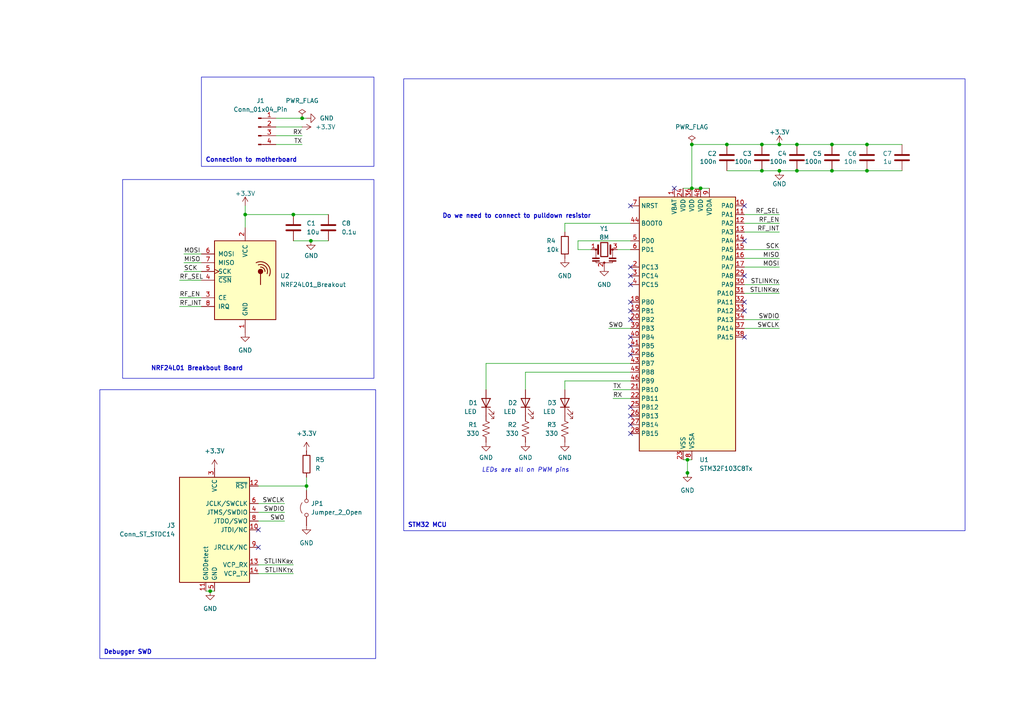
<source format=kicad_sch>
(kicad_sch (version 20231120) (generator "eeschema") (generator_version "8.0")
  (paper "A4")
  (lib_symbols
    (symbol "+3.3V_1" (power) (pin_numbers hide) (pin_names (offset 0) hide)
      (property "Value" "+3.3V" (at 0 3.556 0))
      (symbol "+3.3V_1_0_1"
        (polyline (pts (xy -0.762 1.27) (xy 0 2.54)))
        (polyline (pts (xy 0 0) (xy 0 2.54)))
        (polyline (pts (xy 0 2.54) (xy 0.762 1.27)))
      )
      (symbol "+3.3V_1_1_1"
        (pin power_in line (at 0 0 90) (length 0) (name "~") (number "1"))
      )
    )
    (symbol "+3.3V_2" (power) (pin_numbers hide) (pin_names (offset 0) hide)
      (property "Value" "+3.3V" (at 0 3.556 0))
      (symbol "+3.3V_2_0_1"
        (polyline (pts (xy -0.762 1.27) (xy 0 2.54)))
        (polyline (pts (xy 0 0) (xy 0 2.54)))
        (polyline (pts (xy 0 2.54) (xy 0.762 1.27)))
      )
      (symbol "+3.3V_2_1_1"
        (pin power_in line (at 0 0 90) (length 0) (name "~") (number "1"))
      )
    )
    (symbol "+3.3V_3" (power) (pin_numbers hide) (pin_names (offset 0) hide)
      (property "Value" "+3.3V" (at 0 3.556 0))
      (symbol "+3.3V_3_0_1"
        (polyline (pts (xy -0.762 1.27) (xy 0 2.54)))
        (polyline (pts (xy 0 0) (xy 0 2.54)))
        (polyline (pts (xy 0 2.54) (xy 0.762 1.27)))
      )
      (symbol "+3.3V_3_1_1"
        (pin power_in line (at 0 0 90) (length 0) (name "~") (number "1"))
      )
    )
    (symbol "Connector:Conn_01x04_Pin" (pin_names (offset 1.016) hide)
      (property "Reference" "J" (at 0 5.08 0))
      (property "Value" "Conn_01x04_Pin" (at 0 -7.62 0))
      (symbol "Conn_01x04_Pin_1_1"
        (polyline (pts (xy 1.27 -5.08) (xy 0.8636 -5.08)) (stroke (width 0.1524)))
        (polyline (pts (xy 1.27 -2.54) (xy 0.8636 -2.54)) (stroke (width 0.1524)))
        (polyline (pts (xy 1.27 0) (xy 0.8636 0)) (stroke (width 0.1524)))
        (polyline (pts (xy 1.27 2.54) (xy 0.8636 2.54)) (stroke (width 0.1524)))
        (rectangle (start 0.8636 -4.953) (end 0 -5.207) (stroke (width 0.1524)) (fill (type outline)))
        (rectangle (start 0.8636 -2.413) (end 0 -2.667) (stroke (width 0.1524)) (fill (type outline)))
        (rectangle (start 0.8636 0.127) (end 0 -0.127) (stroke (width 0.1524)) (fill (type outline)))
        (rectangle (start 0.8636 2.667) (end 0 2.413) (stroke (width 0.1524)) (fill (type outline)))
        (pin passive line (at 5.08 2.54 180) (length 3.81) (name "Pin_1") (number "1"))
        (pin passive line (at 5.08 0 180) (length 3.81) (name "Pin_2") (number "2"))
        (pin passive line (at 5.08 -2.54 180) (length 3.81) (name "Pin_3") (number "3"))
        (pin passive line (at 5.08 -5.08 180) (length 3.81) (name "Pin_4") (number "4"))
      )
    )
    (symbol "Connector:Conn_ST_STDC14"
      (property "Reference" "J" (at -8.89 16.51 0))
      (property "Value" "Conn_ST_STDC14" (at 17.78 16.51 0))
      (symbol "Conn_ST_STDC14_0_1"
        (rectangle (start -10.16 15.24) (end 10.16 -15.24) (stroke (width 0.254)) (fill (type background)))
      )
      (symbol "Conn_ST_STDC14_1_1"
        (pin no_connect line (at -10.16 5.08 0) (length 2.54) hide (name "NC") (number "1"))
        (pin output line (at 12.7 0 180) (length 2.54) (name "JTDI/NC") (number "10"))
        (pin passive line (at -2.54 -17.78 90) (length 2.54) (name "GNDDetect") (number "11"))
        (pin open_collector line (at 12.7 12.7 180) (length 2.54) (name "~{RST}") (number "12"))
        (pin output line (at 12.7 -10.16 180) (length 2.54) (name "VCP_RX") (number "13"))
        (pin input line (at 12.7 -12.7 180) (length 2.54) (name "VCP_TX") (number "14"))
        (pin no_connect line (at -10.16 2.54 0) (length 2.54) hide (name "NC") (number "2"))
        (pin power_in line (at 0 17.78 270) (length 2.54) (name "VCC") (number "3"))
        (pin bidirectional line (at 12.7 5.08 180) (length 2.54) (name "JTMS/SWDIO") (number "4"))
        (pin power_in line (at 0 -17.78 90) (length 2.54) (name "GND") (number "5"))
        (pin output line (at 12.7 7.62 180) (length 2.54) (name "JCLK/SWCLK") (number "6"))
        (pin passive line (at 0 -17.78 90) (length 2.54) hide (name "GND") (number "7"))
        (pin input line (at 12.7 2.54 180) (length 2.54) (name "JTDO/SWO") (number "8"))
        (pin input line (at 12.7 -5.08 180) (length 2.54) (name "JRCLK/NC") (number "9"))
      )
    )
    (symbol "Device:C" (pin_numbers hide) (pin_names (offset 0.254))
      (property "Reference" "C" (at 0.635 2.54 0))
      (property "Value" "C" (at 0.635 -2.54 0))
      (symbol "C_0_1"
        (polyline (pts (xy -2.032 -0.762) (xy 2.032 -0.762)) (stroke (width 0.508)))
        (polyline (pts (xy -2.032 0.762) (xy 2.032 0.762)) (stroke (width 0.508)))
      )
      (symbol "C_1_1"
        (pin passive line (at 0 3.81 270) (length 2.794) (name "~") (number "1"))
        (pin passive line (at 0 -3.81 90) (length 2.794) (name "~") (number "2"))
      )
    )
    (symbol "Device:LED" (pin_numbers hide) (pin_names (offset 1.016) hide)
      (property "Reference" "D" (at 0 2.54 0))
      (property "Value" "LED" (at 0 -2.54 0))
      (symbol "LED_0_1"
        (polyline (pts (xy -1.27 -1.27) (xy -1.27 1.27)) (stroke (width 0.254)))
        (polyline (pts (xy -1.27 0) (xy 1.27 0)))
        (polyline (pts (xy 1.27 -1.27) (xy 1.27 1.27) (xy -1.27 0) (xy 1.27 -1.27)) (stroke (width 0.254)))
        (polyline (pts (xy -3.048 -0.762) (xy -4.572 -2.286) (xy -3.81 -2.286) (xy -4.572 -2.286) (xy -4.572 -1.524)))
        (polyline (pts (xy -1.778 -0.762) (xy -3.302 -2.286) (xy -2.54 -2.286) (xy -3.302 -2.286) (xy -3.302 -1.524)))
      )
      (symbol "LED_1_1"
        (pin passive line (at -3.81 0 0) (length 2.54) (name "K") (number "1"))
        (pin passive line (at 3.81 0 180) (length 2.54) (name "A") (number "2"))
      )
    )
    (symbol "Device:R" (pin_numbers hide) (pin_names (offset 0))
      (property "Reference" "R" (at 2.032 0 90))
      (property "Value" "R" (at 0 0 90))
      (symbol "R_0_1"
        (rectangle (start -1.016 -2.54) (end 1.016 2.54) (stroke (width 0.254)))
      )
      (symbol "R_1_1"
        (pin passive line (at 0 3.81 270) (length 1.27) (name "~") (number "1"))
        (pin passive line (at 0 -3.81 90) (length 1.27) (name "~") (number "2"))
      )
    )
    (symbol "Device:R_US" (pin_numbers hide) (pin_names (offset 0))
      (property "Reference" "R" (at 2.54 0 90))
      (property "Value" "R_US" (at -2.54 0 90))
      (symbol "R_US_0_1"
        (polyline (pts (xy 0 -2.286) (xy 0 -2.54)))
        (polyline (pts (xy 0 2.286) (xy 0 2.54)))
        (polyline (pts (xy 0 -0.762) (xy 1.016 -1.143) (xy 0 -1.524) (xy -1.016 -1.905) (xy 0 -2.286)))
        (polyline (pts (xy 0 0.762) (xy 1.016 0.381) (xy 0 0) (xy -1.016 -0.381) (xy 0 -0.762)))
        (polyline (pts (xy 0 2.286) (xy 1.016 1.905) (xy 0 1.524) (xy -1.016 1.143) (xy 0 0.762)))
      )
      (symbol "R_US_1_1"
        (pin passive line (at 0 3.81 270) (length 1.27) (name "~") (number "1"))
        (pin passive line (at 0 -3.81 90) (length 1.27) (name "~") (number "2"))
      )
    )
    (symbol "Device:Resonator" (pin_names (offset 1.016) hide)
      (property "Reference" "Y" (at 0 5.715 0))
      (property "Value" "Resonator" (at 0 3.81 0))
      (symbol "Resonator_0_1"
        (rectangle (start -3.429 -3.175) (end -1.397 -3.429) (fill (type outline)))
        (rectangle (start -3.429 -2.413) (end -1.397 -2.667) (fill (type outline)))
        (circle (center -2.413 0) (radius 0.254) (fill (type outline)))
        (rectangle (start -1.016 2.032) (end 1.016 -2.032) (stroke (width 0.3048)))
        (circle (center 0 -3.81) (radius 0.254) (fill (type outline)))
        (polyline (pts (xy -2.413 -2.413) (xy -2.413 0)))
        (polyline (pts (xy -1.905 0) (xy -3.175 0)))
        (polyline (pts (xy -1.778 -1.27) (xy -1.778 1.27)) (stroke (width 0.508)))
        (polyline (pts (xy 1.778 -1.27) (xy 1.778 1.27)) (stroke (width 0.508)))
        (polyline (pts (xy 1.905 0) (xy 2.54 0)))
        (polyline (pts (xy 2.413 0) (xy 2.413 -2.54)))
        (polyline (pts (xy 2.413 -3.302) (xy 2.413 -3.81) (xy -2.413 -3.81) (xy -2.413 -3.302)))
        (rectangle (start 1.397 -3.175) (end 3.429 -3.429) (fill (type outline)))
        (rectangle (start 1.397 -2.413) (end 3.429 -2.667) (fill (type outline)))
        (circle (center 2.413 0) (radius 0.254) (fill (type outline)))
      )
      (symbol "Resonator_1_1"
        (pin passive line (at -3.81 0 0) (length 1.27) (name "1") (number "1"))
        (pin passive line (at 0 -5.08 90) (length 1.27) (name "2") (number "2"))
        (pin passive line (at 3.81 0 180) (length 1.27) (name "3") (number "3"))
      )
    )
    (symbol "GND_1" (power) (pin_numbers hide) (pin_names (offset 0) hide)
      (property "Value" "GND" (at 0 -3.81 0))
      (symbol "GND_1_0_1"
        (polyline (pts (xy 0 0) (xy 0 -1.27) (xy 1.27 -1.27) (xy 0 -2.54) (xy -1.27 -1.27) (xy 0 -1.27)))
      )
      (symbol "GND_1_1_1"
        (pin power_in line (at 0 0 270) (length 0) (name "~") (number "1"))
      )
    )
    (symbol "GND_2" (power) (pin_numbers hide) (pin_names (offset 0) hide)
      (property "Value" "GND" (at 0 -3.81 0))
      (symbol "GND_2_0_1"
        (polyline (pts (xy 0 0) (xy 0 -1.27) (xy 1.27 -1.27) (xy 0 -2.54) (xy -1.27 -1.27) (xy 0 -1.27)))
      )
      (symbol "GND_2_1_1"
        (pin power_in line (at 0 0 270) (length 0) (name "~") (number "1"))
      )
    )
    (symbol "GND_3" (power) (pin_numbers hide) (pin_names (offset 0) hide)
      (property "Value" "GND" (at 0 -3.81 0))
      (symbol "GND_3_0_1"
        (polyline (pts (xy 0 0) (xy 0 -1.27) (xy 1.27 -1.27) (xy 0 -2.54) (xy -1.27 -1.27) (xy 0 -1.27)))
      )
      (symbol "GND_3_1_1"
        (pin power_in line (at 0 0 270) (length 0) (name "~") (number "1"))
      )
    )
    (symbol "GND_4" (power) (pin_numbers hide) (pin_names (offset 0) hide)
      (property "Value" "GND" (at 0 -3.81 0))
      (symbol "GND_4_0_1"
        (polyline (pts (xy 0 0) (xy 0 -1.27) (xy 1.27 -1.27) (xy 0 -2.54) (xy -1.27 -1.27) (xy 0 -1.27)))
      )
      (symbol "GND_4_1_1"
        (pin power_in line (at 0 0 270) (length 0) (name "~") (number "1"))
      )
    )
    (symbol "GND_5" (power) (pin_numbers hide) (pin_names (offset 0) hide)
      (property "Value" "GND" (at 0 -3.81 0))
      (symbol "GND_5_0_1"
        (polyline (pts (xy 0 0) (xy 0 -1.27) (xy 1.27 -1.27) (xy 0 -2.54) (xy -1.27 -1.27) (xy 0 -1.27)))
      )
      (symbol "GND_5_1_1"
        (pin power_in line (at 0 0 270) (length 0) (name "~") (number "1"))
      )
    )
    (symbol "GND_6" (power) (pin_numbers hide) (pin_names (offset 0) hide)
      (property "Value" "GND" (at 0 -3.81 0))
      (symbol "GND_6_0_1"
        (polyline (pts (xy 0 0) (xy 0 -1.27) (xy 1.27 -1.27) (xy 0 -2.54) (xy -1.27 -1.27) (xy 0 -1.27)))
      )
      (symbol "GND_6_1_1"
        (pin power_in line (at 0 0 270) (length 0) (name "~") (number "1"))
      )
    )
    (symbol "GND_7" (power) (pin_numbers hide) (pin_names (offset 0) hide)
      (property "Value" "GND" (at 0 -3.81 0))
      (symbol "GND_7_0_1"
        (polyline (pts (xy 0 0) (xy 0 -1.27) (xy 1.27 -1.27) (xy 0 -2.54) (xy -1.27 -1.27) (xy 0 -1.27)))
      )
      (symbol "GND_7_1_1"
        (pin power_in line (at 0 0 270) (length 0) (name "~") (number "1"))
      )
    )
    (symbol "Jumper:Jumper_2_Open" (pin_numbers hide) (pin_names (offset 0) hide) (exclude_from_sim yes)
      (property "Reference" "JP" (at 0 2.794 0))
      (property "Value" "Jumper_2_Open" (at 0 -2.286 0))
      (symbol "Jumper_2_Open_0_0"
        (circle (center -2.032 0) (radius 0.508))
        (circle (center 2.032 0) (radius 0.508))
      )
      (symbol "Jumper_2_Open_0_1"
        (arc (start 1.524 1.27) (mid 0 1.778) (end -1.524 1.27))
      )
      (symbol "Jumper_2_Open_1_1"
        (pin passive line (at -5.08 0 0) (length 2.54) (name "A") (number "1"))
        (pin passive line (at 5.08 0 180) (length 2.54) (name "B") (number "2"))
      )
    )
    (symbol "MCU_ST_STM32F1:STM32F103C8Tx"
      (property "Reference" "U" (at -12.7 39.37 0))
      (property "Value" "STM32F103C8Tx" (at 10.16 39.37 0))
      (symbol "STM32F103C8Tx_0_1"
        (rectangle (start -12.7 -35.56) (end 15.24 38.1) (stroke (width 0.254)) (fill (type background)))
      )
      (symbol "STM32F103C8Tx_1_1"
        (pin power_in line (at -2.54 40.64 270) (length 2.54) (name "VBAT") (number "1"))
        (pin bidirectional line (at 17.78 35.56 180) (length 2.54) (name "PA0") (number "10"))
        (pin bidirectional line (at 17.78 33.02 180) (length 2.54) (name "PA1") (number "11"))
        (pin bidirectional line (at 17.78 30.48 180) (length 2.54) (name "PA2") (number "12"))
        (pin bidirectional line (at 17.78 27.94 180) (length 2.54) (name "PA3") (number "13"))
        (pin bidirectional line (at 17.78 25.4 180) (length 2.54) (name "PA4") (number "14"))
        (pin bidirectional line (at 17.78 22.86 180) (length 2.54) (name "PA5") (number "15"))
        (pin bidirectional line (at 17.78 20.32 180) (length 2.54) (name "PA6") (number "16"))
        (pin bidirectional line (at 17.78 17.78 180) (length 2.54) (name "PA7") (number "17"))
        (pin bidirectional line (at -15.24 7.62 0) (length 2.54) (name "PB0") (number "18"))
        (pin bidirectional line (at -15.24 5.08 0) (length 2.54) (name "PB1") (number "19"))
        (pin bidirectional line (at -15.24 17.78 0) (length 2.54) (name "PC13") (number "2"))
        (pin bidirectional line (at -15.24 2.54 0) (length 2.54) (name "PB2") (number "20"))
        (pin bidirectional line (at -15.24 -17.78 0) (length 2.54) (name "PB10") (number "21"))
        (pin bidirectional line (at -15.24 -20.32 0) (length 2.54) (name "PB11") (number "22"))
        (pin power_in line (at 0 -38.1 90) (length 2.54) (name "VSS") (number "23"))
        (pin power_in line (at 0 40.64 270) (length 2.54) (name "VDD") (number "24"))
        (pin bidirectional line (at -15.24 -22.86 0) (length 2.54) (name "PB12") (number "25"))
        (pin bidirectional line (at -15.24 -25.4 0) (length 2.54) (name "PB13") (number "26"))
        (pin bidirectional line (at -15.24 -27.94 0) (length 2.54) (name "PB14") (number "27"))
        (pin bidirectional line (at -15.24 -30.48 0) (length 2.54) (name "PB15") (number "28"))
        (pin bidirectional line (at 17.78 15.24 180) (length 2.54) (name "PA8") (number "29"))
        (pin bidirectional line (at -15.24 15.24 0) (length 2.54) (name "PC14") (number "3"))
        (pin bidirectional line (at 17.78 12.7 180) (length 2.54) (name "PA9") (number "30"))
        (pin bidirectional line (at 17.78 10.16 180) (length 2.54) (name "PA10") (number "31"))
        (pin bidirectional line (at 17.78 7.62 180) (length 2.54) (name "PA11") (number "32"))
        (pin bidirectional line (at 17.78 5.08 180) (length 2.54) (name "PA12") (number "33"))
        (pin bidirectional line (at 17.78 2.54 180) (length 2.54) (name "PA13") (number "34"))
        (pin passive line (at 0 -38.1 90) (length 2.54) hide (name "VSS") (number "35"))
        (pin power_in line (at 2.54 40.64 270) (length 2.54) (name "VDD") (number "36"))
        (pin bidirectional line (at 17.78 0 180) (length 2.54) (name "PA14") (number "37"))
        (pin bidirectional line (at 17.78 -2.54 180) (length 2.54) (name "PA15") (number "38"))
        (pin bidirectional line (at -15.24 0 0) (length 2.54) (name "PB3") (number "39"))
        (pin bidirectional line (at -15.24 12.7 0) (length 2.54) (name "PC15") (number "4"))
        (pin bidirectional line (at -15.24 -2.54 0) (length 2.54) (name "PB4") (number "40"))
        (pin bidirectional line (at -15.24 -5.08 0) (length 2.54) (name "PB5") (number "41"))
        (pin bidirectional line (at -15.24 -7.62 0) (length 2.54) (name "PB6") (number "42"))
        (pin bidirectional line (at -15.24 -10.16 0) (length 2.54) (name "PB7") (number "43"))
        (pin input line (at -15.24 30.48 0) (length 2.54) (name "BOOT0") (number "44"))
        (pin bidirectional line (at -15.24 -12.7 0) (length 2.54) (name "PB8") (number "45"))
        (pin bidirectional line (at -15.24 -15.24 0) (length 2.54) (name "PB9") (number "46"))
        (pin passive line (at 0 -38.1 90) (length 2.54) hide (name "VSS") (number "47"))
        (pin power_in line (at 5.08 40.64 270) (length 2.54) (name "VDD") (number "48"))
        (pin bidirectional line (at -15.24 25.4 0) (length 2.54) (name "PD0") (number "5"))
        (pin bidirectional line (at -15.24 22.86 0) (length 2.54) (name "PD1") (number "6"))
        (pin input line (at -15.24 35.56 0) (length 2.54) (name "NRST") (number "7"))
        (pin power_in line (at 2.54 -38.1 90) (length 2.54) (name "VSSA") (number "8"))
        (pin power_in line (at 7.62 40.64 270) (length 2.54) (name "VDDA") (number "9"))
      )
    )
    (symbol "RF:NRF24L01_Breakout" (pin_names (offset 1.016))
      (property "Reference" "U" (at -8.89 12.7 0))
      (property "Value" "NRF24L01_Breakout" (at 3.81 12.7 0))
      (symbol "NRF24L01_Breakout_0_1"
        (rectangle (start -8.89 11.43) (end 8.89 -11.43) (stroke (width 0.254)) (fill (type background)))
        (polyline (pts (xy 4.445 1.905) (xy 4.445 -1.27)) (stroke (width 0.254)))
        (circle (center 4.445 2.54) (radius 0.635) (stroke (width 0.254)) (fill (type outline)))
        (arc (start 5.715 2.54) (mid 5.3521 3.4546) (end 4.445 3.81) (stroke (width 0.254)))
        (arc (start 6.35 1.905) (mid 5.8763 3.9854) (end 3.81 4.445) (stroke (width 0.254)))
        (arc (start 6.985 1.27) (mid 6.453 4.548) (end 3.175 5.08) (stroke (width 0.254)))
      )
      (symbol "NRF24L01_Breakout_1_1"
        (pin power_in line (at 0 -15.24 90) (length 3.81) (name "GND") (number "1"))
        (pin power_in line (at 0 15.24 270) (length 3.81) (name "VCC") (number "2"))
        (pin input line (at -12.7 -5.08 0) (length 3.81) (name "CE") (number "3"))
        (pin input line (at -12.7 0 0) (length 3.81) (name "~{CSN}") (number "4"))
        (pin input clock (at -12.7 2.54 0) (length 3.81) (name "SCK") (number "5"))
        (pin input line (at -12.7 7.62 0) (length 3.81) (name "MOSI") (number "6"))
        (pin output line (at -12.7 5.08 0) (length 3.81) (name "MISO") (number "7"))
        (pin output line (at -12.7 -7.62 0) (length 3.81) (name "IRQ") (number "8"))
      )
    )
    (symbol "power:+3.3V" (power) (pin_names (offset 0))
      (property "Value" "+3.3V" (at 0 3.556 0))
      (symbol "+3.3V_0_1"
        (polyline (pts (xy -0.762 1.27) (xy 0 2.54)))
        (polyline (pts (xy 0 0) (xy 0 2.54)))
        (polyline (pts (xy 0 2.54) (xy 0.762 1.27)))
      )
      (symbol "+3.3V_1_1"
        (pin power_in line (at 0 0 90) (length 0) hide (name "+3.3V") (number "1"))
      )
    )
    (symbol "power:GND" (power) (pin_names (offset 0))
      (property "Value" "GND" (at 0 -3.81 0))
      (symbol "GND_0_1"
        (polyline (pts (xy 0 0) (xy 0 -1.27) (xy 1.27 -1.27) (xy 0 -2.54) (xy -1.27 -1.27) (xy 0 -1.27)))
      )
      (symbol "GND_1_1"
        (pin power_in line (at 0 0 270) (length 0) hide (name "GND") (number "1"))
      )
    )
    (symbol "power:PWR_FLAG" (power) (pin_numbers hide) (pin_names (offset 0) hide)
      (property "Value" "PWR_FLAG" (at 0 3.81 0))
      (symbol "PWR_FLAG_0_0"
        (pin power_out line (at 0 0 90) (length 0) (name "~") (number "1"))
      )
      (symbol "PWR_FLAG_0_1"
        (polyline (pts (xy 0 0) (xy 0 1.27) (xy -1.016 1.905) (xy 0 2.54) (xy 1.016 1.905) (xy 0 1.27)))
      )
    )
  )
  (junction (at 88.9 140.97))
  (junction (at 220.98 49.53))
  (junction (at 210.82 41.91))
  (junction (at 87.63 34.29))
  (junction (at 220.98 41.91))
  (junction (at 199.39 137.16))
  (junction (at 251.46 41.91))
  (junction (at 200.66 54.61))
  (junction (at 231.14 49.53))
  (junction (at 241.3 49.53))
  (junction (at 60.96 171.45))
  (junction (at 226.06 41.91))
  (junction (at 231.14 41.91))
  (junction (at 241.3 41.91))
  (junction (at 226.06 49.53))
  (junction (at 71.12 62.23))
  (junction (at 199.39 133.35))
  (junction (at 90.17 69.85))
  (junction (at 203.2 54.61))
  (junction (at 251.46 49.53))
  (junction (at 200.66 41.91))
  (junction (at 85.09 62.23))
  (no_connect (at 182.88 125.73))
  (no_connect (at 215.9 69.85))
  (no_connect (at 182.88 120.65))
  (no_connect (at 182.88 80.01))
  (no_connect (at 215.9 97.79))
  (no_connect (at 215.9 87.63))
  (no_connect (at 74.93 153.67))
  (no_connect (at 182.88 87.63))
  (no_connect (at 182.88 59.69))
  (no_connect (at 182.88 102.87))
  (no_connect (at 182.88 123.19))
  (no_connect (at 215.9 80.01))
  (no_connect (at 182.88 118.11))
  (no_connect (at 215.9 90.17))
  (no_connect (at 215.9 59.69))
  (no_connect (at 182.88 100.33))
  (no_connect (at 195.58 54.61))
  (no_connect (at 74.93 158.75))
  (no_connect (at 182.88 90.17))
  (no_connect (at 182.88 77.47))
  (no_connect (at 182.88 97.79))
  (no_connect (at 182.88 82.55))
  (no_connect (at 182.88 92.71))
  (wire (pts (xy 241.3 41.91) (xy 251.46 41.91)))
  (wire (pts (xy 200.66 54.61) (xy 203.2 54.61)))
  (wire (pts (xy 226.06 49.53) (xy 231.14 49.53)))
  (wire (pts (xy 80.01 41.91) (xy 87.63 41.91)))
  (wire (pts (xy 74.93 146.05) (xy 82.55 146.05)))
  (wire (pts (xy 53.34 73.66) (xy 58.42 73.66)))
  (wire (pts (xy 80.01 36.83) (xy 87.63 36.83)))
  (wire (pts (xy 251.46 49.53) (xy 261.62 49.53)))
  (wire (pts (xy 199.39 138.43) (xy 199.39 137.16)))
  (wire (pts (xy 52.07 81.28) (xy 58.42 81.28)))
  (wire (pts (xy 231.14 49.53) (xy 241.3 49.53)))
  (wire (pts (xy 226.06 41.91) (xy 220.98 41.91)))
  (wire (pts (xy 215.9 62.23) (xy 226.06 62.23)))
  (wire (pts (xy 215.9 72.39) (xy 226.06 72.39)))
  (wire (pts (xy 140.97 105.41) (xy 182.88 105.41)))
  (wire (pts (xy 199.39 133.35) (xy 200.66 133.35)))
  (wire (pts (xy 59.69 171.45) (xy 60.96 171.45)))
  (wire (pts (xy 220.98 41.91) (xy 210.82 41.91)))
  (wire (pts (xy 71.12 62.23) (xy 71.12 66.04)))
  (wire (pts (xy 71.12 62.23) (xy 85.09 62.23)))
  (wire (pts (xy 215.9 82.55) (xy 226.06 82.55)))
  (wire (pts (xy 215.9 77.47) (xy 226.06 77.47)))
  (wire (pts (xy 52.07 86.36) (xy 58.42 86.36)))
  (wire (pts (xy 80.01 39.37) (xy 87.63 39.37)))
  (wire (pts (xy 177.8 113.03) (xy 182.88 113.03)))
  (wire (pts (xy 88.9 138.43) (xy 88.9 140.97)))
  (wire (pts (xy 167.64 69.85) (xy 167.64 72.39)))
  (wire (pts (xy 163.83 113.03) (xy 163.83 110.49)))
  (wire (pts (xy 85.09 62.23) (xy 95.25 62.23)))
  (wire (pts (xy 74.93 163.83) (xy 85.09 163.83)))
  (wire (pts (xy 182.88 69.85) (xy 167.64 69.85)))
  (wire (pts (xy 163.83 64.77) (xy 182.88 64.77)))
  (wire (pts (xy 90.17 69.85) (xy 95.25 69.85)))
  (wire (pts (xy 199.39 133.35) (xy 199.39 137.16)))
  (wire (pts (xy 71.12 59.69) (xy 71.12 62.23)))
  (wire (pts (xy 210.82 49.53) (xy 220.98 49.53)))
  (wire (pts (xy 53.34 78.74) (xy 58.42 78.74)))
  (wire (pts (xy 152.4 113.03) (xy 152.4 107.95)))
  (wire (pts (xy 215.9 92.71) (xy 226.06 92.71)))
  (wire (pts (xy 167.64 72.39) (xy 171.45 72.39)))
  (wire (pts (xy 163.83 67.31) (xy 163.83 64.77)))
  (wire (pts (xy 215.9 64.77) (xy 226.06 64.77)))
  (wire (pts (xy 74.93 140.97) (xy 88.9 140.97)))
  (wire (pts (xy 251.46 41.91) (xy 261.62 41.91)))
  (wire (pts (xy 200.66 41.91) (xy 200.66 54.61)))
  (wire (pts (xy 74.93 166.37) (xy 85.09 166.37)))
  (wire (pts (xy 88.9 140.97) (xy 88.9 142.24)))
  (wire (pts (xy 215.9 95.25) (xy 226.06 95.25)))
  (wire (pts (xy 163.83 110.49) (xy 182.88 110.49)))
  (wire (pts (xy 52.07 88.9) (xy 58.42 88.9)))
  (wire (pts (xy 177.8 115.57) (xy 182.88 115.57)))
  (wire (pts (xy 85.09 69.85) (xy 90.17 69.85)))
  (wire (pts (xy 179.07 72.39) (xy 182.88 72.39)))
  (wire (pts (xy 74.93 148.59) (xy 82.55 148.59)))
  (wire (pts (xy 60.96 171.45) (xy 62.23 171.45)))
  (wire (pts (xy 152.4 107.95) (xy 182.88 107.95)))
  (wire (pts (xy 215.9 85.09) (xy 226.06 85.09)))
  (wire (pts (xy 140.97 105.41) (xy 140.97 113.03)))
  (wire (pts (xy 241.3 49.53) (xy 251.46 49.53)))
  (wire (pts (xy 241.3 41.91) (xy 231.14 41.91)))
  (wire (pts (xy 215.9 67.31) (xy 226.06 67.31)))
  (wire (pts (xy 176.53 95.25) (xy 182.88 95.25)))
  (wire (pts (xy 74.93 151.13) (xy 82.55 151.13)))
  (wire (pts (xy 80.01 34.29) (xy 87.63 34.29)))
  (wire (pts (xy 87.63 34.29) (xy 88.9 34.29)))
  (wire (pts (xy 198.12 133.35) (xy 199.39 133.35)))
  (wire (pts (xy 220.98 49.53) (xy 226.06 49.53)))
  (wire (pts (xy 231.14 41.91) (xy 226.06 41.91)))
  (wire (pts (xy 215.9 74.93) (xy 226.06 74.93)))
  (wire (pts (xy 210.82 41.91) (xy 200.66 41.91)))
  (wire (pts (xy 203.2 54.61) (xy 205.74 54.61)))
  (wire (pts (xy 53.34 76.2) (xy 58.42 76.2)))
  (wire (pts (xy 198.12 54.61) (xy 200.66 54.61)))
  (rectangle (start 117.094 22.86) (end 279.908 153.924))
  (rectangle (start 58.42 22.352) (end 108.458 48.26))
  (rectangle (start 28.956 113.03) (end 108.966 191.008))
  (rectangle (start 35.56 52.07) (end 108.458 109.728))
  (text "STM32 MCU\n" (at 123.952 152.4 0) (effects (font (size 1.27 1.27) (thickness 0.254) (bold yes))))
  (text "LEDs are all on PWM pins" (at 139.7 137.16 0) (effects (font (size 1.27 1.27) (italic yes)) (justify left bottom)))
  (text "Debugger SWD" (at 37.084 189.23 0) (effects (font (size 1.27 1.27) (thickness 0.254) (bold yes))))
  (text "Do we need to connect to pulldown resistor\n" (at 149.86 62.738 0) (effects (font (size 1.27 1.27) (thickness 0.254) (bold yes))))
  (text "NRF24L01 Breakbout Board\n" (at 57.15 106.934 0) (effects (font (size 1.27 1.27) (thickness 0.254) (bold yes))))
  (text "Connection to motherboard\n" (at 72.898 46.482 0) (effects (font (size 1.27 1.27) (thickness 0.254) (bold yes))))
  (label "SCK" (at 226.06 72.39 180))
  (label "STLINK_{RX}" (at 226.06 85.09 180))
  (label "RX" (at 177.8 115.57 0))
  (label "RF_SEL" (at 52.07 81.28 0))
  (label "SWDIO" (at 82.55 148.59 180))
  (label "MOSI" (at 226.06 77.47 180))
  (label "SWCLK" (at 226.06 95.25 180))
  (label "MISO" (at 53.34 76.2 0))
  (label "MOSI" (at 53.34 73.66 0))
  (label "SWCLK" (at 82.55 146.05 180) (effects (font (thickness 0.1588))))
  (label "RF_SEL" (at 226.06 62.23 180))
  (label "STLINK_{TX}" (at 85.09 166.37 180))
  (label "SWO" (at 176.53 95.25 0))
  (label "STLINK_{RX}" (at 85.09 163.83 180))
  (label "SWDIO" (at 226.06 92.71 180))
  (label "RF_INT" (at 226.06 67.31 180))
  (label "STLINK_{TX}" (at 226.06 82.55 180))
  (label "SCK" (at 53.34 78.74 0))
  (label "RF_EN" (at 52.07 86.36 0))
  (label "MISO" (at 226.06 74.93 180))
  (label "SWO" (at 82.55 151.13 180) (effects (font (thickness 0.1588))))
  (label "RF_INT" (at 52.07 88.9 0))
  (label "RX" (at 87.63 39.37 180))
  (label "TX" (at 87.63 41.91 180))
  (label "RF_EN" (at 226.06 64.77 180))
  (label "TX" (at 177.8 113.03 0))
  (symbol (lib_id "power:PWR_FLAG") (at 87.63 34.29 0) (unit 1)
    (property "Reference" "#FLG02" (effects (hide yes)))
    (property "Value" "PWR_FLAG" (at 87.63 29.21 0))
    (property "Description" "Special symbol for telling ERC where power comes from" (effects (hide yes)))
  )
  (symbol (lib_id "power:GND") (at 163.83 128.27 0) (unit 1)
    (property "Reference" "#PWR011" (effects (hide yes)))
    (property "Value" "GND" (at 163.83 132.7134 0))
  )
  (symbol (lib_id "Device:C") (at 241.3 45.72 0) (mirror x) (unit 1)
    (property "Reference" "C5" (at 238.379 44.5516 0) (effects (justify right)))
    (property "Value" "100n" (at 238.379 46.863 0) (effects (justify right)))
    (property "Footprint" "Capacitor_SMD:C_0603_1608Metric" (effects (hide yes)))
  )
  (symbol (lib_id "power:GND") (at 152.4 128.27 0) (unit 1)
    (property "Reference" "#PWR010" (effects (hide yes)))
    (property "Value" "GND" (at 152.4 132.7134 0))
  )
  (symbol (lib_id "Device:C") (at 210.82 45.72 0) (mirror x) (unit 1)
    (property "Reference" "C2" (at 207.899 44.5516 0) (effects (justify right)))
    (property "Value" "100n" (at 207.899 46.863 0) (effects (justify right)))
    (property "Footprint" "Capacitor_SMD:C_0603_1608Metric" (effects (hide yes)))
  )
  (symbol (lib_id "Device:C") (at 220.98 45.72 0) (mirror x) (unit 1)
    (property "Reference" "C3" (at 218.059 44.5516 0) (effects (justify right)))
    (property "Value" "100n" (at 218.059 46.863 0) (effects (justify right)))
    (property "Footprint" "Capacitor_SMD:C_0603_1608Metric" (effects (hide yes)))
  )
  (symbol (lib_id "Device:LED") (at 152.4 116.84 90) (unit 1)
    (property "Reference" "D2" (at 147.32 116.84 90) (effects (justify right)))
    (property "Value" "LED" (at 146.05 119.38 90) (effects (justify right)))
    (property "Footprint" "LED_SMD:LED_0805_2012Metric" (effects (hide yes)))
  )
  (symbol (lib_name "+3.3V_3") (lib_id "power:+3.3V") (at 88.9 130.81 0) (unit 1)
    (property "Reference" "#PWR017" (effects (hide yes)))
    (property "Value" "+3.3V" (at 88.9 125.73 0))
    (property "Description" "Power symbol creates a global label with name \"+3.3V\"" (effects (hide yes)))
  )
  (symbol (lib_name "+3.3V_1") (lib_id "power:+3.3V") (at 87.63 36.83 270) (unit 1)
    (property "Reference" "#PWR07" (effects (hide yes)))
    (property "Value" "+3.3V" (at 91.44 36.8299 90) (effects (justify left)))
    (property "Description" "Power symbol creates a global label with name \"+3.3V\"" (effects (hide yes)))
  )
  (symbol (lib_name "+3.3V_2") (lib_id "power:+3.3V") (at 62.23 135.89 0) (unit 1)
    (property "Reference" "#PWR015" (effects (hide yes)))
    (property "Value" "+3.3V" (at 62.23 130.81 0))
    (property "Description" "Power symbol creates a global label with name \"+3.3V\"" (effects (hide yes)))
  )
  (symbol (lib_id "Device:C") (at 251.46 45.72 0) (mirror x) (unit 1)
    (property "Reference" "C6" (at 248.539 44.5516 0) (effects (justify right)))
    (property "Value" "10n" (at 248.539 46.863 0) (effects (justify right)))
    (property "Footprint" "Capacitor_SMD:C_0603_1608Metric" (effects (hide yes)))
  )
  (symbol (lib_id "Device:R_US") (at 152.4 124.46 180) (unit 1)
    (property "Reference" "R2" (at 148.59 123.19 0))
    (property "Value" "330" (at 148.59 125.73 0))
    (property "Footprint" "Resistor_SMD:R_0603_1608Metric" (effects (hide yes)))
  )
  (symbol (lib_id "power:+3.3V") (at 71.12 59.69 0) (unit 1)
    (property "Reference" "#PWR01" (effects (hide yes)))
    (property "Value" "+3.3V" (at 71.12 56.134 0))
  )
  (symbol (lib_id "Device:C") (at 85.09 66.04 180) (unit 1)
    (property "Reference" "C1" (at 88.9 64.77 0) (effects (justify right)))
    (property "Value" "10u" (at 88.9 67.31 0) (effects (justify right)))
    (property "Footprint" "Capacitor_SMD:C_0805_2012Metric" (effects (hide yes)))
  )
  (symbol (lib_id "power:GND") (at 140.97 128.27 0) (unit 1)
    (property "Reference" "#PWR09" (effects (hide yes)))
    (property "Value" "GND" (at 140.97 132.7134 0))
  )
  (symbol (lib_id "Device:R") (at 88.9 134.62 0) (unit 1)
    (property "Reference" "R5" (at 91.44 133.3499 0) (effects (justify left)))
    (property "Value" "R" (at 91.44 135.8899 0) (effects (justify left)))
    (property "Description" "Resistor" (effects (hide yes)))
  )
  (symbol (lib_id "power:PWR_FLAG") (at 200.66 41.91 0) (unit 1)
    (property "Reference" "#FLG01" (effects (hide yes)))
    (property "Value" "PWR_FLAG" (at 200.66 36.83 0))
    (property "Description" "Special symbol for telling ERC where power comes from" (effects (hide yes)))
  )
  (symbol (lib_id "Device:R_US") (at 140.97 124.46 180) (unit 1)
    (property "Reference" "R1" (at 137.16 123.19 0))
    (property "Value" "330" (at 137.16 125.73 0))
    (property "Footprint" "Resistor_SMD:R_0603_1608Metric" (effects (hide yes)))
  )
  (symbol (lib_id "Connector:Conn_ST_STDC14") (at 62.23 153.67 0) (unit 1)
    (property "Reference" "J3" (at 50.8 152.3999 0) (effects (justify right)))
    (property "Value" "Conn_ST_STDC14" (at 50.8 154.9399 0) (effects (justify right)))
    (property "Datasheet" "https://www.st.com/content/ccc/resource/technical/document/user_manual/group1/99/49/91/b6/b2/3a/46/e5/DM00526767/files/DM00526767.pdf/jcr:content/translations/en.DM00526767.pdf" (effects (hide yes)))
    (property "Description" "ST Debug Connector, standard ARM Cortex-M SWD and JTAG interface plus UART" (effects (hide yes)))
  )
  (symbol (lib_name "GND_1") (lib_id "power:GND") (at 71.12 96.52 0) (unit 1)
    (property "Reference" "#PWR03" (effects (hide yes)))
    (property "Value" "GND" (at 71.12 101.6 0))
    (property "Description" "Power symbol creates a global label with name \"GND\" , ground" (effects (hide yes)))
  )
  (symbol (lib_id "power:GND") (at 226.06 49.53 0) (unit 1)
    (property "Reference" "#PWR05" (effects (hide yes)))
    (property "Value" "GND" (at 226.06 53.34 0))
  )
  (symbol (lib_id "Device:C") (at 261.62 45.72 0) (mirror x) (unit 1)
    (property "Reference" "C7" (at 258.699 44.5516 0) (effects (justify right)))
    (property "Value" "1u" (at 258.699 46.863 0) (effects (justify right)))
    (property "Footprint" "Capacitor_SMD:C_0603_1608Metric" (effects (hide yes)))
  )
  (symbol (lib_id "Device:LED") (at 163.83 116.84 90) (unit 1)
    (property "Reference" "D3" (at 158.75 116.84 90) (effects (justify right)))
    (property "Value" "LED" (at 157.48 119.38 90) (effects (justify right)))
    (property "Footprint" "LED_SMD:LED_0805_2012Metric" (effects (hide yes)))
  )
  (symbol (lib_id "Connector:Conn_01x04_Pin") (at 74.93 36.83 0) (unit 1)
    (property "Reference" "J1" (at 75.565 29.21 0))
    (property "Value" "Conn_01x04_Pin" (at 75.565 31.75 0))
    (property "Footprint" "Connector_PinHeader_1.00mm:PinHeader_1x04_P1.00mm_Vertical" (effects (hide yes)))
    (property "Description" "Generic connector, single row, 01x04, script generated" (effects (hide yes)))
  )
  (symbol (lib_name "GND_4") (lib_id "power:GND") (at 199.39 137.16 0) (unit 1)
    (property "Reference" "#PWR012" (effects (hide yes)))
    (property "Value" "GND" (at 199.39 142.24 0))
    (property "Description" "Power symbol creates a global label with name \"GND\" , ground" (effects (hide yes)))
  )
  (symbol (lib_id "Device:LED") (at 140.97 116.84 90) (unit 1)
    (property "Reference" "D1" (at 135.89 116.84 90) (effects (justify right)))
    (property "Value" "LED" (at 134.62 119.38 90) (effects (justify right)))
    (property "Footprint" "LED_SMD:LED_0805_2012Metric" (effects (hide yes)))
  )
  (symbol (lib_name "GND_6") (lib_id "power:GND") (at 60.96 171.45 0) (unit 1)
    (property "Reference" "#PWR014" (effects (hide yes)))
    (property "Value" "GND" (at 60.96 176.53 0))
    (property "Description" "Power symbol creates a global label with name \"GND\" , ground" (effects (hide yes)))
  )
  (symbol (lib_id "MCU_ST_STM32F1:STM32F103C8Tx") (at 198.12 95.25 0) (unit 1)
    (property "Reference" "U1" (at 202.8541 133.35 0) (effects (justify left)))
    (property "Value" "STM32F103C8Tx" (at 202.8541 135.89 0) (effects (justify left)))
    (property "Footprint" "Package_QFP:LQFP-48_7x7mm_P0.5mm" (effects (hide yes)))
    (property "Datasheet" "https://www.st.com/resource/en/datasheet/stm32f103c8.pdf" (effects (hide yes)))
    (property "Description" "STMicroelectronics Arm Cortex-M3 MCU, 64KB flash, 20KB RAM, 72 MHz, 2.0-3.6V, 37 GPIO, LQFP48" (effects (hide yes)))
  )
  (symbol (lib_name "GND_7") (lib_id "power:GND") (at 88.9 152.4 0) (unit 1)
    (property "Reference" "#PWR016" (effects (hide yes)))
    (property "Value" "GND" (at 88.9 157.48 0))
    (property "Description" "Power symbol creates a global label with name \"GND\" , ground" (effects (hide yes)))
  )
  (symbol (lib_id "power:+3.3V") (at 226.06 41.91 0) (unit 1)
    (property "Reference" "#PWR04" (effects (hide yes)))
    (property "Value" "+3.3V" (at 226.06 38.354 0))
  )
  (symbol (lib_id "RF:NRF24L01_Breakout") (at 71.12 81.28 0) (unit 1)
    (property "Reference" "U2" (at 81.28 80.0099 0) (effects (justify left)))
    (property "Value" "NRF24L01_Breakout" (at 81.28 82.5499 0) (effects (justify left)))
    (property "Footprint" "RF_Module:nRF24L01_Breakout" (effects (hide yes)))
    (property "Datasheet" "http://www.nordicsemi.com/eng/content/download/2730/34105/file/nRF24L01_Product_Specification_v2_0.pdf" (effects (hide yes)))
    (property "Description" "Ultra low power 2.4GHz RF Transceiver, Carrier PCB" (effects (hide yes)))
  )
  (symbol (lib_id "power:GND") (at 90.17 69.85 0) (unit 1)
    (property "Reference" "#PWR02" (effects (hide yes)))
    (property "Value" "GND" (at 90.2843 74.1744 0))
  )
  (symbol (lib_name "GND_2") (lib_id "power:GND") (at 88.9 34.29 90) (unit 1)
    (property "Reference" "#PWR06" (effects (hide yes)))
    (property "Value" "GND" (at 92.71 34.2899 90) (effects (justify right)))
    (property "Description" "Power symbol creates a global label with name \"GND\" , ground" (effects (hide yes)))
  )
  (symbol (lib_id "Jumper:Jumper_2_Open") (at 88.9 147.32 90) (unit 1) (exclude_from_sim yes)
    (property "Reference" "JP1" (at 90.17 146.0499 90) (effects (justify right)))
    (property "Value" "Jumper_2_Open" (at 90.17 148.5899 90) (effects (justify right)))
    (property "Description" "Jumper, 2-pole, open" (effects (hide yes)))
  )
  (symbol (lib_name "GND_3") (lib_id "power:GND") (at 175.26 77.47 0) (unit 1)
    (property "Reference" "#PWR08" (effects (hide yes)))
    (property "Value" "GND" (at 175.26 82.55 0))
    (property "Description" "Power symbol creates a global label with name \"GND\" , ground" (effects (hide yes)))
  )
  (symbol (lib_id "Device:C") (at 95.25 66.04 0) (unit 1)
    (property "Reference" "C8" (at 99.06 64.7699 0) (effects (justify left)))
    (property "Value" "0.1u" (at 99.06 67.3099 0) (effects (justify left)))
    (property "Description" "Unpolarized capacitor" (effects (hide yes)))
  )
  (symbol (lib_id "Device:C") (at 231.14 45.72 0) (mirror x) (unit 1)
    (property "Reference" "C4" (at 228.219 44.5516 0) (effects (justify right)))
    (property "Value" "100n" (at 228.219 46.863 0) (effects (justify right)))
    (property "Footprint" "Capacitor_SMD:C_0603_1608Metric" (effects (hide yes)))
  )
  (symbol (lib_id "Device:R_US") (at 163.83 124.46 180) (unit 1)
    (property "Reference" "R3" (at 160.02 123.19 0))
    (property "Value" "330" (at 160.02 125.73 0))
    (property "Footprint" "Resistor_SMD:R_0603_1608Metric" (effects (hide yes)))
  )
  (symbol (lib_name "GND_5") (lib_id "power:GND") (at 163.83 74.93 0) (unit 1)
    (property "Reference" "#PWR013" (effects (hide yes)))
    (property "Value" "GND" (at 163.83 80.01 0))
    (property "Description" "Power symbol creates a global label with name \"GND\" , ground" (effects (hide yes)))
  )
  (symbol (lib_id "Device:R") (at 163.83 71.12 0) (unit 1)
    (property "Reference" "R4" (at 158.496 69.85 0) (effects (justify left)))
    (property "Value" "10k" (at 158.496 72.39 0) (effects (justify left)))
    (property "Description" "Resistor" (effects (hide yes)))
  )
  (symbol (lib_id "Device:Resonator") (at 175.26 72.39 0) (unit 1)
    (property "Reference" "Y1" (at 175.26 66.294 0))
    (property "Value" "8M" (at 175.26 68.834 0))
    (property "Footprint" "Crystal:Resonator_SMD_Murata_CSTxExxV-3Pin_3.0x1.1mm" (effects (hide yes)))
    (property "Description" "Three pin ceramic resonator" (effects (hide yes)))
  )
)
</source>
